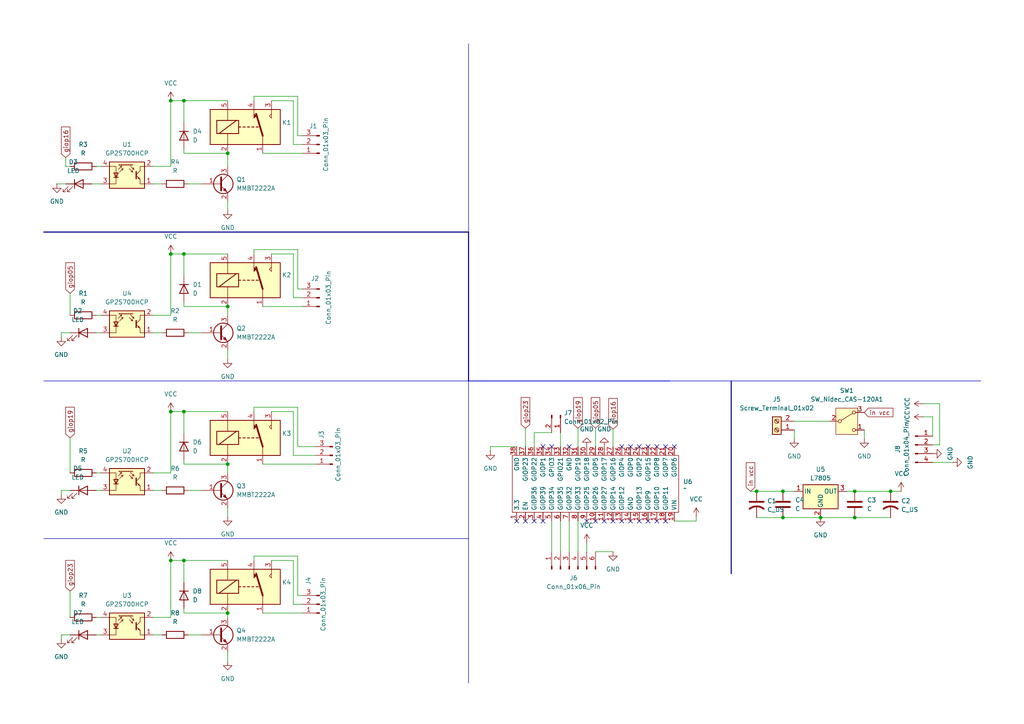
<source format=kicad_sch>
(kicad_sch (version 20250114) (generator "eeschema") (generator_version "9.0")
  (paper "A4")
  (lib_symbols
    (symbol "Connector:Conn_01x02_Pin" (pin_names (offset 1.016) (hide yes))
      (property "Reference" "J" (at 0 2.54 0))
      (property "Value" "Conn_01x02_Pin" (at 0 -5.08 0))
      (symbol "Conn_01x02_Pin_1_1"
        (rectangle (start 0.8636 0.127) (end 0 -0.127) (stroke (width 0.1524)) (fill (type outline)))
        (rectangle (start 0.8636 -2.413) (end 0 -2.667) (stroke (width 0.1524)) (fill (type outline)))
        (polyline (pts (xy 1.27 0) (xy 0.8636 0)) (stroke (width 0.1524)))
        (polyline (pts (xy 1.27 -2.54) (xy 0.8636 -2.54)) (stroke (width 0.1524)))
        (pin passive line (at 5.08 0 180) (length 3.81) (name "Pin_1") (number "1"))
        (pin passive line (at 5.08 -2.54 180) (length 3.81) (name "Pin_2") (number "2"))
      )
    )
    (symbol "Connector:Conn_01x03_Pin" (pin_names (offset 1.016) (hide yes))
      (property "Reference" "J" (at 0 5.08 0))
      (property "Value" "Conn_01x03_Pin" (at 0 -5.08 0))
      (symbol "Conn_01x03_Pin_1_1"
        (rectangle (start 0.8636 2.667) (end 0 2.413) (stroke (width 0.1524)) (fill (type outline)))
        (rectangle (start 0.8636 0.127) (end 0 -0.127) (stroke (width 0.1524)) (fill (type outline)))
        (rectangle (start 0.8636 -2.413) (end 0 -2.667) (stroke (width 0.1524)) (fill (type outline)))
        (polyline (pts (xy 1.27 2.54) (xy 0.8636 2.54)) (stroke (width 0.1524)))
        (polyline (pts (xy 1.27 0) (xy 0.8636 0)) (stroke (width 0.1524)))
        (polyline (pts (xy 1.27 -2.54) (xy 0.8636 -2.54)) (stroke (width 0.1524)))
        (pin passive line (at 5.08 2.54 180) (length 3.81) (name "Pin_1") (number "1"))
        (pin passive line (at 5.08 0 180) (length 3.81) (name "Pin_2") (number "2"))
        (pin passive line (at 5.08 -2.54 180) (length 3.81) (name "Pin_3") (number "3"))
      )
    )
    (symbol "Connector:Conn_01x04_Pin" (pin_names (offset 1.016) (hide yes))
      (property "Reference" "J" (at 0 5.08 0))
      (property "Value" "Conn_01x04_Pin" (at 0 -7.62 0))
      (symbol "Conn_01x04_Pin_1_1"
        (rectangle (start 0.8636 2.667) (end 0 2.413) (stroke (width 0.1524)) (fill (type outline)))
        (rectangle (start 0.8636 0.127) (end 0 -0.127) (stroke (width 0.1524)) (fill (type outline)))
        (rectangle (start 0.8636 -2.413) (end 0 -2.667) (stroke (width 0.1524)) (fill (type outline)))
        (rectangle (start 0.8636 -4.953) (end 0 -5.207) (stroke (width 0.1524)) (fill (type outline)))
        (polyline (pts (xy 1.27 2.54) (xy 0.8636 2.54)) (stroke (width 0.1524)))
        (polyline (pts (xy 1.27 0) (xy 0.8636 0)) (stroke (width 0.1524)))
        (polyline (pts (xy 1.27 -2.54) (xy 0.8636 -2.54)) (stroke (width 0.1524)))
        (polyline (pts (xy 1.27 -5.08) (xy 0.8636 -5.08)) (stroke (width 0.1524)))
        (pin passive line (at 5.08 2.54 180) (length 3.81) (name "Pin_1") (number "1"))
        (pin passive line (at 5.08 0 180) (length 3.81) (name "Pin_2") (number "2"))
        (pin passive line (at 5.08 -2.54 180) (length 3.81) (name "Pin_3") (number "3"))
        (pin passive line (at 5.08 -5.08 180) (length 3.81) (name "Pin_4") (number "4"))
      )
    )
    (symbol "Connector:Conn_01x06_Pin" (pin_names (offset 1.016) (hide yes))
      (property "Reference" "J" (at 0 7.62 0))
      (property "Value" "Conn_01x06_Pin" (at 0 -10.16 0))
      (symbol "Conn_01x06_Pin_1_1"
        (rectangle (start 0.8636 5.207) (end 0 4.953) (stroke (width 0.1524)) (fill (type outline)))
        (rectangle (start 0.8636 2.667) (end 0 2.413) (stroke (width 0.1524)) (fill (type outline)))
        (rectangle (start 0.8636 0.127) (end 0 -0.127) (stroke (width 0.1524)) (fill (type outline)))
        (rectangle (start 0.8636 -2.413) (end 0 -2.667) (stroke (width 0.1524)) (fill (type outline)))
        (rectangle (start 0.8636 -4.953) (end 0 -5.207) (stroke (width 0.1524)) (fill (type outline)))
        (rectangle (start 0.8636 -7.493) (end 0 -7.747) (stroke (width 0.1524)) (fill (type outline)))
        (polyline (pts (xy 1.27 5.08) (xy 0.8636 5.08)) (stroke (width 0.1524)))
        (polyline (pts (xy 1.27 2.54) (xy 0.8636 2.54)) (stroke (width 0.1524)))
        (polyline (pts (xy 1.27 0) (xy 0.8636 0)) (stroke (width 0.1524)))
        (polyline (pts (xy 1.27 -2.54) (xy 0.8636 -2.54)) (stroke (width 0.1524)))
        (polyline (pts (xy 1.27 -5.08) (xy 0.8636 -5.08)) (stroke (width 0.1524)))
        (polyline (pts (xy 1.27 -7.62) (xy 0.8636 -7.62)) (stroke (width 0.1524)))
        (pin passive line (at 5.08 5.08 180) (length 3.81) (name "Pin_1") (number "1"))
        (pin passive line (at 5.08 2.54 180) (length 3.81) (name "Pin_2") (number "2"))
        (pin passive line (at 5.08 0 180) (length 3.81) (name "Pin_3") (number "3"))
        (pin passive line (at 5.08 -2.54 180) (length 3.81) (name "Pin_4") (number "4"))
        (pin passive line (at 5.08 -5.08 180) (length 3.81) (name "Pin_5") (number "5"))
        (pin passive line (at 5.08 -7.62 180) (length 3.81) (name "Pin_6") (number "6"))
      )
    )
    (symbol "Connector:Screw_Terminal_01x02" (pin_names (offset 1.016) (hide yes))
      (property "Reference" "J" (at 0 2.54 0))
      (property "Value" "Screw_Terminal_01x02" (at 0 -5.08 0))
      (symbol "Screw_Terminal_01x02_1_1"
        (rectangle (start -1.27 1.27) (end 1.27 -3.81) (stroke (width 0.254)) (fill (type background)))
        (polyline (pts (xy -0.5334 0.3302) (xy 0.3302 -0.508)) (stroke (width 0.1524)))
        (polyline (pts (xy -0.5334 -2.2098) (xy 0.3302 -3.048)) (stroke (width 0.1524)))
        (polyline (pts (xy -0.3556 0.508) (xy 0.508 -0.3302)) (stroke (width 0.1524)))
        (polyline (pts (xy -0.3556 -2.032) (xy 0.508 -2.8702)) (stroke (width 0.1524)))
        (circle (center 0 0) (radius 0.635) (stroke (width 0.1524)))
        (circle (center 0 -2.54) (radius 0.635) (stroke (width 0.1524)))
        (pin passive line (at -5.08 0 0) (length 3.81) (name "Pin_1") (number "1"))
        (pin passive line (at -5.08 -2.54 0) (length 3.81) (name "Pin_2") (number "2"))
      )
    )
    (symbol "Device:C" (pin_numbers (hide yes)) (pin_names (offset 0.254))
      (property "Reference" "C" (at 0.635 2.54 0))
      (property "Value" "C" (at 0.635 -2.54 0))
      (symbol "C_0_1"
        (polyline (pts (xy -2.032 0.762) (xy 2.032 0.762)) (stroke (width 0.508)))
        (polyline (pts (xy -2.032 -0.762) (xy 2.032 -0.762)) (stroke (width 0.508)))
      )
      (symbol "C_1_1"
        (pin passive line (at 0 3.81 270) (length 2.794) (name "~") (number "1"))
        (pin passive line (at 0 -3.81 90) (length 2.794) (name "~") (number "2"))
      )
    )
    (symbol "Device:C_US" (pin_numbers (hide yes)) (pin_names (offset 0.254) (hide yes))
      (property "Reference" "C" (at 0.635 2.54 0))
      (property "Value" "C_US" (at 0.635 -2.54 0))
      (symbol "C_US_0_1"
        (polyline (pts (xy -2.032 0.762) (xy 2.032 0.762)) (stroke (width 0.508)))
        (arc (start -2.032 -1.27) (mid 0 -0.5572) (end 2.032 -1.27) (stroke (width 0.508)))
      )
      (symbol "C_US_1_1"
        (pin passive line (at 0 3.81 270) (length 2.794) (name "~") (number "1"))
        (pin passive line (at 0 -3.81 90) (length 3.302) (name "~") (number "2"))
      )
    )
    (symbol "Device:D" (pin_numbers (hide yes)) (pin_names (offset 1.016) (hide yes))
      (property "Reference" "D" (at 0 2.54 0))
      (property "Value" "D" (at 0 -2.54 0))
      (symbol "D_0_1"
        (polyline (pts (xy -1.27 1.27) (xy -1.27 -1.27)) (stroke (width 0.254)))
        (polyline (pts (xy 1.27 1.27) (xy 1.27 -1.27) (xy -1.27 0) (xy 1.27 1.27)) (stroke (width 0.254)))
        (polyline (pts (xy 1.27 0) (xy -1.27 0)))
      )
      (symbol "D_1_1"
        (pin passive line (at -3.81 0 0) (length 2.54) (name "K") (number "1"))
        (pin passive line (at 3.81 0 180) (length 2.54) (name "A") (number "2"))
      )
    )
    (symbol "Device:LED" (pin_numbers (hide yes)) (pin_names (offset 1.016) (hide yes))
      (property "Reference" "D" (at 0 2.54 0))
      (property "Value" "LED" (at 0 -2.54 0))
      (symbol "LED_0_1"
        (polyline (pts (xy -3.048 -0.762) (xy -4.572 -2.286) (xy -3.81 -2.286) (xy -4.572 -2.286) (xy -4.572 -1.524)))
        (polyline (pts (xy -1.778 -0.762) (xy -3.302 -2.286) (xy -2.54 -2.286) (xy -3.302 -2.286) (xy -3.302 -1.524)))
        (polyline (pts (xy -1.27 0) (xy 1.27 0)))
        (polyline (pts (xy -1.27 -1.27) (xy -1.27 1.27)) (stroke (width 0.254)))
        (polyline (pts (xy 1.27 -1.27) (xy 1.27 1.27) (xy -1.27 0) (xy 1.27 -1.27)) (stroke (width 0.254)))
      )
      (symbol "LED_1_1"
        (pin passive line (at -3.81 0 0) (length 2.54) (name "K") (number "1"))
        (pin passive line (at 3.81 0 180) (length 2.54) (name "A") (number "2"))
      )
    )
    (symbol "Device:R" (pin_numbers (hide yes)) (pin_names (offset 0))
      (property "Reference" "R" (at 2.032 0 90))
      (property "Value" "R" (at 0 0 90))
      (symbol "R_0_1"
        (rectangle (start -1.016 -2.54) (end 1.016 2.54) (stroke (width 0.254)))
      )
      (symbol "R_1_1"
        (pin passive line (at 0 3.81 270) (length 1.27) (name "~") (number "1"))
        (pin passive line (at 0 -3.81 90) (length 1.27) (name "~") (number "2"))
      )
    )
    (symbol "Regulator_Linear:L7805" (pin_names (offset 0.254))
      (property "Reference" "U" (at -3.81 3.175 0))
      (property "Value" "L7805" (at 0 3.175 0))
      (symbol "L7805_0_1"
        (rectangle (start -5.08 1.905) (end 5.08 -5.08) (stroke (width 0.254)) (fill (type background)))
      )
      (symbol "L7805_1_1"
        (pin power_in line (at -7.62 0 0) (length 2.54) (name "IN") (number "1"))
        (pin power_in line (at 0 -7.62 90) (length 2.54) (name "GND") (number "2"))
        (pin power_out line (at 7.62 0 180) (length 2.54) (name "OUT") (number "3"))
      )
    )
    (symbol "Relay:SANYOU_SRD_Form_C"
      (property "Reference" "K" (at 11.43 3.81 0))
      (property "Value" "SANYOU_SRD_Form_C" (at 11.43 1.27 0))
      (symbol "SANYOU_SRD_Form_C_0_0"
        (polyline (pts (xy 7.62 5.08) (xy 7.62 2.54) (xy 6.985 3.175) (xy 7.62 3.81)))
      )
      (symbol "SANYOU_SRD_Form_C_0_1"
        (rectangle (start -10.16 5.08) (end 10.16 -5.08) (stroke (width 0.254)) (fill (type background)))
        (rectangle (start -8.255 1.905) (end -1.905 -1.905) (stroke (width 0.254)))
        (polyline (pts (xy -7.62 -1.905) (xy -2.54 1.905)) (stroke (width 0.254)))
        (polyline (pts (xy -5.08 5.08) (xy -5.08 1.905)))
        (polyline (pts (xy -5.08 -5.08) (xy -5.08 -1.905)))
        (polyline (pts (xy -1.905 0) (xy -1.27 0)) (stroke (width 0.254)))
        (polyline (pts (xy -0.635 0) (xy 0 0)) (stroke (width 0.254)))
        (polyline (pts (xy 0.635 0) (xy 1.27 0)) (stroke (width 0.254)))
        (polyline (pts (xy 1.905 0) (xy 2.54 0)) (stroke (width 0.254)))
        (polyline (pts (xy 3.175 0) (xy 3.81 0)) (stroke (width 0.254)))
        (polyline (pts (xy 5.08 -2.54) (xy 3.175 3.81)) (stroke (width 0.508)))
        (polyline (pts (xy 5.08 -2.54) (xy 5.08 -5.08)))
      )
      (symbol "SANYOU_SRD_Form_C_1_1"
        (polyline (pts (xy 2.54 3.81) (xy 3.175 3.175) (xy 2.54 2.54) (xy 2.54 5.08)) (fill (type outline)))
        (pin passive line (at -5.08 7.62 270) (length 2.54) (name "~") (number "5"))
        (pin passive line (at -5.08 -7.62 90) (length 2.54) (name "~") (number "2"))
        (pin passive line (at 2.54 7.62 270) (length 2.54) (name "~") (number "4"))
        (pin passive line (at 5.08 -7.62 90) (length 2.54) (name "~") (number "1"))
        (pin passive line (at 7.62 7.62 270) (length 2.54) (name "~") (number "3"))
      )
    )
    (symbol "Sensor_Proximity:GP2S700HCP" (pin_names (offset 0.0254) (hide yes))
      (property "Reference" "U" (at -3.81 5.08 0))
      (property "Value" "GP2S700HCP" (at 12.7 5.08 0))
      (symbol "GP2S700HCP_0_1"
        (polyline (pts (xy -5.08 -2.54) (xy -3.175 -2.54) (xy -3.175 2.54) (xy -5.08 2.54)))
        (polyline (pts (xy -5.08 -3.81) (xy 5.08 -3.81) (xy 5.08 3.81) (xy -5.08 3.81) (xy -5.08 -3.81)) (stroke (width 0.254)) (fill (type background)))
        (polyline (pts (xy -3.81 -0.635) (xy -2.54 -0.635)) (stroke (width 0.254)))
        (polyline (pts (xy -3.175 -0.635) (xy -3.81 0.635) (xy -2.54 0.635) (xy -3.175 -0.635)) (stroke (width 0.254)))
        (polyline (pts (xy -2.54 1.651) (xy -1.524 2.667) (xy -2.032 2.54)))
        (polyline (pts (xy -2.286 2.921) (xy -2.032 3.175)))
        (polyline (pts (xy -2.159 0.889) (xy -1.143 1.905) (xy -1.651 1.778)))
        (polyline (pts (xy -1.778 2.921) (xy -1.524 3.175)))
        (polyline (pts (xy -1.524 2.667) (xy -1.651 2.159)))
        (polyline (pts (xy -1.27 2.921) (xy -1.016 3.175)))
        (polyline (pts (xy -1.143 1.905) (xy -1.27 1.397)))
        (polyline (pts (xy -0.762 2.921) (xy -0.508 3.175)))
        (polyline (pts (xy -0.254 2.921) (xy 0 3.175)))
        (polyline (pts (xy 0.254 2.921) (xy 0.508 3.175)))
        (polyline (pts (xy 0.635 1.905) (xy 1.651 0.889) (xy 1.524 1.397)))
        (polyline (pts (xy 0.762 2.921) (xy 1.016 3.175)))
        (polyline (pts (xy 1.016 2.667) (xy 2.032 1.651) (xy 1.905 2.159)))
        (polyline (pts (xy 1.27 2.921) (xy 1.524 3.175)))
        (polyline (pts (xy 1.651 0.889) (xy 1.143 1.016)))
        (polyline (pts (xy 1.778 2.921) (xy -2.413 2.921)))
        (polyline (pts (xy 2.032 1.651) (xy 1.524 1.778)))
        (polyline (pts (xy 2.667 1.016) (xy 2.667 -1.016) (xy 2.667 -1.016)) (stroke (width 0.3556)))
        (polyline (pts (xy 2.667 0.127) (xy 3.81 1.27)))
        (polyline (pts (xy 2.667 -0.127) (xy 3.81 -1.27)))
        (polyline (pts (xy 3.683 -1.143) (xy 3.429 -0.635) (xy 3.175 -0.889) (xy 3.683 -1.143)))
        (polyline (pts (xy 3.81 1.27) (xy 3.81 2.54) (xy 5.08 2.54)))
        (polyline (pts (xy 3.81 -1.27) (xy 3.81 -2.54) (xy 5.08 -2.54)))
      )
      (symbol "GP2S700HCP_1_1"
        (pin passive line (at -7.62 2.54 0) (length 2.54) (name "A") (number "4"))
        (pin passive line (at -7.62 -2.54 0) (length 2.54) (name "K") (number "3"))
        (pin open_collector line (at 7.62 2.54 180) (length 2.54) (name "~") (number "2"))
        (pin open_emitter line (at 7.62 -2.54 180) (length 2.54) (name "~") (number "1"))
      )
    )
    (symbol "Switch:SW_Nidec_CAS-120A1" (pin_names (offset 1) (hide yes))
      (property "Reference" "SW" (at 0 4.318 0))
      (property "Value" "SW_Nidec_CAS-120A1" (at 0 -5.08 0))
      (symbol "SW_Nidec_CAS-120A1_0_1"
        (circle (center -2.032 0) (radius 0.4572))
        (polyline (pts (xy -1.651 0.254) (xy 1.651 2.286)))
        (circle (center 2.032 2.54) (radius 0.4572))
        (circle (center 2.032 -2.54) (radius 0.4572))
      )
      (symbol "SW_Nidec_CAS-120A1_1_1"
        (rectangle (start -3.175 3.81) (end 3.175 -3.81) (fill (type background)))
        (pin passive line (at -5.08 0 0) (length 2.54) (name "B") (number "2"))
        (pin passive line (at 5.08 2.54 180) (length 2.54) (name "A") (number "3"))
        (pin passive line (at 5.08 -2.54 180) (length 2.54) (name "C") (number "1"))
      )
    )
    (symbol "Transistor_BJT:MMBT2222A" (pin_names (offset 0) (hide yes))
      (property "Reference" "Q" (at 5.08 1.905 0))
      (property "Value" "MMBT2222A" (at 5.08 0 0))
      (symbol "MMBT2222A_0_1"
        (polyline (pts (xy 0.635 1.905) (xy 0.635 -1.905) (xy 0.635 -1.905)) (stroke (width 0.508)))
        (polyline (pts (xy 0.635 0.635) (xy 2.54 2.54)))
        (polyline (pts (xy 0.635 -0.635) (xy 2.54 -2.54) (xy 2.54 -2.54)))
        (circle (center 1.27 0) (radius 2.8194) (stroke (width 0.254)))
        (polyline (pts (xy 1.27 -1.778) (xy 1.778 -1.27) (xy 2.286 -2.286) (xy 1.27 -1.778) (xy 1.27 -1.778)) (fill (type outline)))
      )
      (symbol "MMBT2222A_1_1"
        (pin input line (at -5.08 0 0) (length 5.715) (name "B") (number "1"))
        (pin passive line (at 2.54 5.08 270) (length 2.54) (name "C") (number "3"))
        (pin passive line (at 2.54 -5.08 90) (length 2.54) (name "E") (number "2"))
      )
    )
    (symbol "esp:_1"
      (property "Reference" "U" (at 0 0 0))
      (symbol "_1_0_1"
        (rectangle (start -7.62 0) (end 8.89 -48.26))
      )
      (symbol "_1_1_1"
        (pin input line (at -10.16 -1.27 0) (length 2.54) (name "3.3") (number "1"))
        (pin input line (at -10.16 -3.81 0) (length 2.54) (name "EN") (number "2"))
        (pin input line (at -10.16 -6.35 0) (length 2.54) (name "GIOP36") (number "3"))
        (pin input line (at -10.16 -8.89 0) (length 2.54) (name "GIOP39") (number "4"))
        (pin input line (at -10.16 -11.43 0) (length 2.54) (name "GIOP34") (number "5"))
        (pin input line (at -10.16 -13.97 0) (length 2.54) (name "GIOP35") (number "6"))
        (pin input line (at -10.16 -16.51 0) (length 2.54) (name "GIOP32") (number "7"))
        (pin input line (at -10.16 -19.05 0) (length 2.54) (name "GIOP33") (number "8"))
        (pin input line (at -10.16 -21.59 0) (length 2.54) (name "GIOP25") (number "9"))
        (pin input line (at -10.16 -24.13 0) (length 2.54) (name "GIOP26") (number "10"))
        (pin input line (at -10.16 -26.67 0) (length 2.54) (name "GIOP27") (number "11"))
        (pin input line (at -10.16 -29.21 0) (length 2.54) (name "GIOP14") (number "12"))
        (pin input line (at -10.16 -31.75 0) (length 2.54) (name "GIOP12") (number "13"))
        (pin input line (at -10.16 -34.29 0) (length 2.54) (name "GND") (number "14"))
        (pin input line (at -10.16 -36.83 0) (length 2.54) (name "GIOP13") (number "15"))
        (pin input line (at -10.16 -39.37 0) (length 2.54) (name "GIOP9") (number "16"))
        (pin input line (at -10.16 -41.91 0) (length 2.54) (name "GIOP10") (number "17"))
        (pin input line (at -10.16 -44.45 0) (length 2.54) (name "GIOP11") (number "18"))
        (pin input line (at -10.16 -46.99 0) (length 2.54) (name "VIN") (number "19"))
        (pin input line (at 11.43 -1.27 180) (length 2.54) (name "GND") (number "38"))
        (pin input line (at 11.43 -3.81 180) (length 2.54) (name "GIOP23") (number "37"))
        (pin input line (at 11.43 -6.35 180) (length 2.54) (name "GIOP22") (number "36"))
        (pin input line (at 11.43 -8.89 180) (length 2.54) (name "GIOP1") (number "35"))
        (pin input line (at 11.43 -11.43 180) (length 2.54) (name "GPIO3") (number "34"))
        (pin input line (at 11.43 -13.97 180) (length 2.54) (name "GPIO21") (number "33"))
        (pin input line (at 11.43 -16.51 180) (length 2.54) (name "GND") (number "32"))
        (pin input line (at 11.43 -19.05 180) (length 2.54) (name "GIOP19") (number "31"))
        (pin input line (at 11.43 -21.59 180) (length 2.54) (name "GIOP18") (number "30"))
        (pin input line (at 11.43 -24.13 180) (length 2.54) (name "GIOP5") (number "29"))
        (pin input line (at 11.43 -26.67 180) (length 2.54) (name "GIOP17") (number "28"))
        (pin input line (at 11.43 -29.21 180) (length 2.54) (name "GIOP16") (number "27"))
        (pin input line (at 11.43 -31.75 180) (length 2.54) (name "GIOP4") (number "26"))
        (pin input line (at 11.43 -34.29 180) (length 2.54) (name "GIOP0") (number "25"))
        (pin input line (at 11.43 -36.83 180) (length 2.54) (name "GIOP2") (number "24"))
        (pin input line (at 11.43 -39.37 180) (length 2.54) (name "GIOP15") (number "23"))
        (pin input line (at 11.43 -41.91 180) (length 2.54) (name "GIOP8") (number "22"))
        (pin input line (at 11.43 -44.45 180) (length 2.54) (name "GIOP7") (number "21"))
        (pin input line (at 11.43 -46.99 180) (length 2.54) (name "GIOP6") (number "20"))
      )
    )
    (symbol "power:GND" (power) (pin_numbers (hide yes)) (pin_names (offset 0) (hide yes))
      (property "Value" "GND" (at 0 -3.81 0))
      (symbol "GND_0_1"
        (polyline (pts (xy 0 0) (xy 0 -1.27) (xy 1.27 -1.27) (xy 0 -2.54) (xy -1.27 -1.27) (xy 0 -1.27)))
      )
      (symbol "GND_1_1"
        (pin power_in line (at 0 0 270) (length 0) (name "~") (number "1"))
      )
    )
    (symbol "power:VCC" (power) (pin_numbers (hide yes)) (pin_names (offset 0) (hide yes))
      (property "Value" "VCC" (at 0 3.556 0))
      (symbol "VCC_0_1"
        (polyline (pts (xy -0.762 1.27) (xy 0 2.54)))
        (polyline (pts (xy 0 2.54) (xy 0.762 1.27)))
        (polyline (pts (xy 0 0) (xy 0 2.54)))
      )
      (symbol "VCC_1_1"
        (pin power_in line (at 0 0 90) (length 0) (name "~") (number "1"))
      )
    )
  )
  (junction (at 49.53 162.56))
  (junction (at 227.076 150.114))
  (junction (at 247.904 142.494))
  (junction (at 49.53 29.21))
  (junction (at 66.04 134.62))
  (junction (at 219.456 142.494))
  (junction (at 53.34 73.66))
  (junction (at 66.04 177.8))
  (junction (at 66.04 44.45))
  (junction (at 66.04 88.9))
  (junction (at 258.318 142.494))
  (junction (at 247.904 150.114))
  (junction (at 53.34 119.38))
  (junction (at 53.34 29.21))
  (junction (at 49.53 119.38))
  (junction (at 237.998 150.114))
  (junction (at 53.34 162.56))
  (junction (at 49.53 73.66))
  (junction (at 227.076 142.494))
  (no_connect (at 195.58 129.54))
  (no_connect (at 180.34 129.54))
  (no_connect (at 193.04 151.13))
  (no_connect (at 157.48 151.13))
  (no_connect (at 187.96 129.54))
  (no_connect (at 149.86 151.13))
  (no_connect (at 157.48 129.54))
  (no_connect (at 177.8 151.13))
  (no_connect (at 170.18 151.13))
  (no_connect (at 190.5 151.13))
  (no_connect (at 187.96 151.13))
  (no_connect (at 193.04 129.54))
  (no_connect (at 154.94 151.13))
  (no_connect (at 152.4 151.13))
  (no_connect (at 185.42 129.54))
  (no_connect (at 165.1 129.54))
  (no_connect (at 172.72 151.13))
  (no_connect (at 182.88 129.54))
  (no_connect (at 160.02 129.54))
  (no_connect (at 182.88 151.13))
  (no_connect (at 175.26 151.13))
  (no_connect (at 185.42 151.13))
  (no_connect (at 180.34 151.13))
  (no_connect (at 190.5 129.54))
  (wire (pts (xy 86.36 39.37) (xy 86.36 27.94)))
  (wire (pts (xy 66.04 88.9) (xy 53.34 88.9)))
  (wire (pts (xy 20.32 171.45) (xy 20.32 179.07)))
  (wire (pts (xy 78.74 162.56) (xy 85.09 162.56)))
  (wire (pts (xy 270.51 120.904) (xy 267.716 120.904)))
  (wire (pts (xy 230.378 122.174) (xy 240.538 122.174)))
  (bus (pts (xy 135.89 67.31) (xy 135.89 110.49)))
  (wire (pts (xy 53.34 162.56) (xy 66.04 162.56)))
  (wire (pts (xy 201.93 151.13) (xy 201.93 149.86)))
  (bus (pts (xy 12.7 67.31) (xy 135.89 67.31)))
  (wire (pts (xy 227.076 142.494) (xy 230.378 142.494)))
  (wire (pts (xy 73.66 27.94) (xy 73.66 29.21)))
  (wire (pts (xy 49.53 48.26) (xy 49.53 29.21)))
  (wire (pts (xy 86.36 118.11) (xy 73.66 118.11)))
  (wire (pts (xy 78.74 29.21) (xy 85.09 29.21)))
  (wire (pts (xy 270.51 126.492) (xy 270.51 120.904)))
  (wire (pts (xy 66.04 58.42) (xy 66.04 60.96)))
  (wire (pts (xy 85.09 162.56) (xy 85.09 175.26)))
  (wire (pts (xy 87.63 172.72) (xy 86.36 172.72)))
  (wire (pts (xy 53.34 29.21) (xy 66.04 29.21)))
  (polyline (pts (xy 135.89 12.7) (xy 135.89 67.31)))
  (wire (pts (xy 167.64 124.206) (xy 167.64 129.54)))
  (wire (pts (xy 53.34 134.62) (xy 53.34 133.35)))
  (wire (pts (xy 172.72 124.206) (xy 172.72 129.54)))
  (wire (pts (xy 86.36 39.37) (xy 87.63 39.37)))
  (wire (pts (xy 66.04 134.62) (xy 66.04 137.16)))
  (wire (pts (xy 167.64 151.13) (xy 167.64 160.02)))
  (wire (pts (xy 49.53 119.38) (xy 53.34 119.38)))
  (wire (pts (xy 17.78 184.15) (xy 17.78 185.42)))
  (wire (pts (xy 86.36 83.82) (xy 86.36 72.39)))
  (polyline (pts (xy 151.13 110.49) (xy 194.31 110.49)))
  (wire (pts (xy 53.34 125.73) (xy 53.34 119.38)))
  (wire (pts (xy 54.61 142.24) (xy 58.42 142.24)))
  (wire (pts (xy 17.78 96.52) (xy 20.32 96.52)))
  (wire (pts (xy 27.94 137.16) (xy 29.21 137.16)))
  (wire (pts (xy 44.45 137.16) (xy 49.53 137.16)))
  (polyline (pts (xy 135.89 156.21) (xy 135.89 198.12)))
  (wire (pts (xy 86.36 172.72) (xy 86.36 161.29)))
  (wire (pts (xy 66.04 44.45) (xy 66.04 48.26)))
  (wire (pts (xy 26.67 53.34) (xy 29.21 53.34)))
  (wire (pts (xy 87.63 83.82) (xy 86.36 83.82)))
  (wire (pts (xy 85.09 73.66) (xy 85.09 86.36)))
  (wire (pts (xy 49.53 91.44) (xy 49.53 73.66)))
  (wire (pts (xy 250.698 127.254) (xy 250.698 124.714)))
  (wire (pts (xy 54.61 184.15) (xy 58.42 184.15)))
  (polyline (pts (xy 135.89 156.21) (xy 135.89 110.49)))
  (wire (pts (xy 154.94 125.476) (xy 154.94 129.54)))
  (wire (pts (xy 85.09 86.36) (xy 87.63 86.36)))
  (wire (pts (xy 66.04 88.9) (xy 66.04 91.44)))
  (wire (pts (xy 53.34 119.38) (xy 66.04 119.38)))
  (wire (pts (xy 78.74 73.66) (xy 85.09 73.66)))
  (wire (pts (xy 247.904 142.494) (xy 245.618 142.494)))
  (wire (pts (xy 76.2 177.8) (xy 87.63 177.8)))
  (wire (pts (xy 53.34 80.01) (xy 53.34 73.66)))
  (wire (pts (xy 53.34 177.8) (xy 53.34 176.53)))
  (wire (pts (xy 85.09 175.26) (xy 87.63 175.26)))
  (wire (pts (xy 17.78 142.24) (xy 17.78 143.51)))
  (wire (pts (xy 27.94 142.24) (xy 29.21 142.24)))
  (wire (pts (xy 44.45 91.44) (xy 49.53 91.44)))
  (wire (pts (xy 27.94 96.52) (xy 29.21 96.52)))
  (wire (pts (xy 177.8 124.46) (xy 177.8 129.54)))
  (wire (pts (xy 172.72 160.02) (xy 177.8 160.02)))
  (wire (pts (xy 73.66 161.29) (xy 73.66 162.56)))
  (bus (pts (xy 212.09 110.49) (xy 212.09 166.37)))
  (wire (pts (xy 44.45 53.34) (xy 46.99 53.34)))
  (wire (pts (xy 276.352 134.112) (xy 270.51 134.112)))
  (wire (pts (xy 170.18 157.48) (xy 170.18 160.02)))
  (wire (pts (xy 237.998 150.114) (xy 247.904 150.114)))
  (polyline (pts (xy 12.7 110.49) (xy 151.13 110.49)))
  (wire (pts (xy 27.94 48.26) (xy 29.21 48.26)))
  (wire (pts (xy 49.53 29.21) (xy 53.34 29.21)))
  (wire (pts (xy 44.45 96.52) (xy 46.99 96.52)))
  (wire (pts (xy 44.45 184.15) (xy 46.99 184.15)))
  (polyline (pts (xy 12.7 156.21) (xy 135.89 156.21)))
  (wire (pts (xy 20.32 85.09) (xy 20.32 91.44)))
  (wire (pts (xy 19.05 53.34) (xy 16.51 53.34)))
  (wire (pts (xy 54.61 96.52) (xy 58.42 96.52)))
  (wire (pts (xy 227.076 150.114) (xy 237.998 150.114)))
  (wire (pts (xy 49.53 137.16) (xy 49.53 119.38)))
  (wire (pts (xy 27.94 184.15) (xy 29.21 184.15)))
  (wire (pts (xy 267.716 117.094) (xy 272.542 117.094)))
  (wire (pts (xy 66.04 134.62) (xy 53.34 134.62)))
  (wire (pts (xy 27.94 91.44) (xy 29.21 91.44)))
  (wire (pts (xy 85.09 29.21) (xy 85.09 41.91)))
  (wire (pts (xy 20.32 184.15) (xy 17.78 184.15)))
  (wire (pts (xy 217.678 142.494) (xy 219.456 142.494)))
  (wire (pts (xy 66.04 44.45) (xy 53.34 44.45)))
  (wire (pts (xy 195.58 151.13) (xy 201.93 151.13)))
  (wire (pts (xy 272.542 117.094) (xy 272.542 129.032)))
  (wire (pts (xy 142.24 129.54) (xy 149.86 129.54)))
  (wire (pts (xy 66.04 147.32) (xy 66.04 149.86)))
  (wire (pts (xy 86.36 129.54) (xy 86.36 118.11)))
  (wire (pts (xy 66.04 177.8) (xy 53.34 177.8)))
  (wire (pts (xy 53.34 88.9) (xy 53.34 87.63)))
  (wire (pts (xy 85.09 119.38) (xy 85.09 132.08)))
  (wire (pts (xy 85.09 41.91) (xy 87.63 41.91)))
  (wire (pts (xy 44.45 179.07) (xy 49.53 179.07)))
  (wire (pts (xy 53.34 73.66) (xy 66.04 73.66)))
  (wire (pts (xy 20.32 127) (xy 20.32 137.16)))
  (wire (pts (xy 76.2 44.45) (xy 87.63 44.45)))
  (wire (pts (xy 230.378 127.254) (xy 230.378 124.714)))
  (wire (pts (xy 49.53 162.56) (xy 49.53 179.07)))
  (wire (pts (xy 86.36 27.94) (xy 73.66 27.94)))
  (wire (pts (xy 66.04 189.23) (xy 66.04 191.77)))
  (wire (pts (xy 165.1 151.13) (xy 165.1 160.02)))
  (wire (pts (xy 78.74 119.38) (xy 85.09 119.38)))
  (wire (pts (xy 91.44 129.54) (xy 86.36 129.54)))
  (wire (pts (xy 44.45 142.24) (xy 46.99 142.24)))
  (wire (pts (xy 162.56 125.476) (xy 162.56 129.54)))
  (wire (pts (xy 160.02 151.13) (xy 160.02 160.02)))
  (wire (pts (xy 20.32 142.24) (xy 17.78 142.24)))
  (wire (pts (xy 219.456 150.114) (xy 227.076 150.114)))
  (wire (pts (xy 17.78 97.79) (xy 17.78 96.52)))
  (wire (pts (xy 160.02 125.476) (xy 154.94 125.476)))
  (polyline (pts (xy 135.89 110.49) (xy 284.48 110.49)))
  (wire (pts (xy 258.318 142.494) (xy 247.904 142.494)))
  (wire (pts (xy 142.24 129.54) (xy 142.24 130.81)))
  (wire (pts (xy 66.04 101.6) (xy 66.04 104.14)))
  (wire (pts (xy 73.66 72.39) (xy 73.66 73.66)))
  (wire (pts (xy 49.53 73.66) (xy 53.34 73.66)))
  (wire (pts (xy 49.53 162.56) (xy 53.34 162.56)))
  (wire (pts (xy 162.56 151.13) (xy 162.56 160.02)))
  (wire (pts (xy 73.66 118.11) (xy 73.66 119.38)))
  (wire (pts (xy 76.2 88.9) (xy 87.63 88.9)))
  (wire (pts (xy 20.32 48.26) (xy 19.05 48.26)))
  (wire (pts (xy 76.2 134.62) (xy 91.44 134.62)))
  (wire (pts (xy 44.45 48.26) (xy 49.53 48.26)))
  (wire (pts (xy 261.366 142.494) (xy 258.318 142.494)))
  (wire (pts (xy 152.4 124.206) (xy 152.4 129.54)))
  (wire (pts (xy 54.61 53.34) (xy 58.42 53.34)))
  (wire (pts (xy 19.05 45.72) (xy 19.05 48.26)))
  (wire (pts (xy 85.09 132.08) (xy 91.44 132.08)))
  (wire (pts (xy 86.36 72.39) (xy 73.66 72.39)))
  (wire (pts (xy 53.34 35.56) (xy 53.34 29.21)))
  (wire (pts (xy 53.34 44.45) (xy 53.34 43.18)))
  (wire (pts (xy 219.456 142.494) (xy 227.076 142.494)))
  (wire (pts (xy 53.34 168.91) (xy 53.34 162.56)))
  (wire (pts (xy 247.904 150.114) (xy 258.318 150.114)))
  (wire (pts (xy 27.94 179.07) (xy 29.21 179.07)))
  (wire (pts (xy 272.542 129.032) (xy 270.51 129.032)))
  (wire (pts (xy 66.04 177.8) (xy 66.04 179.07)))
  (wire (pts (xy 86.36 161.29) (xy 73.66 161.29)))
  (global_label "in vcc" (shape input) (at 217.678 142.494 90) (property "Intersheetrefs" "${INTERSHEET_REFS}" (effects (hide yes))))
  (global_label "giop19" (shape input) (at 20.32 127 90) (property "Intersheetrefs" "${INTERSHEET_REFS}" (effects (hide yes))))
  (global_label "giop05" (shape input) (at 172.72 124.206 90) (property "Intersheetrefs" "${INTERSHEET_REFS}" (effects (hide yes))))
  (global_label "giop19" (shape input) (at 167.64 124.206 90) (property "Intersheetrefs" "${INTERSHEET_REFS}" (effects (hide yes))))
  (global_label "giop23" (shape input) (at 20.32 171.45 90) (property "Intersheetrefs" "${INTERSHEET_REFS}" (effects (hide yes))))
  (global_label "giop05" (shape input) (at 20.32 85.09 90) (property "Intersheetrefs" "${INTERSHEET_REFS}" (effects (hide yes))))
  (global_label "giop16" (shape input) (at 177.8 124.46 90) (property "Intersheetrefs" "${INTERSHEET_REFS}" (effects (hide yes))))
  (global_label "in vcc" (shape input) (at 250.698 119.634 0) (property "Intersheetrefs" "${INTERSHEET_REFS}" (effects (hide yes))))
  (global_label "giop23" (shape input) (at 152.4 124.206 90) (property "Intersheetrefs" "${INTERSHEET_REFS}" (effects (hide yes))))
  (global_label "giop16" (shape input) (at 19.05 45.72 90) (property "Intersheetrefs" "${INTERSHEET_REFS}" (effects (hide yes))))
  (symbol (lib_id "esp:_1") (at 148.59 140.97 90) (unit 1)
    (property "Reference" "U6" (at 198.12 139.6999 90) (effects (justify right)))
    (property "Value" "~" (at 198.12 141.605 90) (effects (justify right)))
    (property "Footprint" "esp:ESP32S_38_PINES" (effects (hide yes)))
  )
  (symbol (lib_id "power:GND") (at 66.04 149.86 0) (unit 1)
    (property "Reference" "#PWR06" (effects (hide yes)))
    (property "Value" "GND" (at 66.04 154.94 0))
    (property "Description" "Power symbol creates a global label with name \"GND\" , ground" (effects (hide yes)))
  )
  (symbol (lib_id "power:GND") (at 250.698 127.254 0) (unit 1)
    (property "Reference" "#PWR013" (effects (hide yes)))
    (property "Value" "GND" (at 250.698 132.334 0))
    (property "Description" "Power symbol creates a global label with name \"GND\" , ground" (effects (hide yes)))
  )
  (symbol (lib_id "power:GND") (at 177.8 160.02 0) (unit 1)
    (property "Reference" "#PWR015" (effects (hide yes)))
    (property "Value" "GND" (at 177.8 165.1 0))
    (property "Description" "Power symbol creates a global label with name \"GND\" , ground" (effects (hide yes)))
  )
  (symbol (lib_id "Device:R") (at 24.13 137.16 90) (unit 1)
    (property "Reference" "R5" (at 24.13 130.81 90))
    (property "Value" "R" (at 24.13 133.35 90))
    (property "Footprint" "Resistor_SMD:R_0805_2012Metric" (effects (hide yes)))
    (property "Description" "Resistor" (effects (hide yes)))
  )
  (symbol (lib_id "Connector:Screw_Terminal_01x02") (at 225.298 124.714 180) (unit 1)
    (property "Reference" "J5" (at 225.298 115.824 0))
    (property "Value" "Screw_Terminal_01x02" (at 225.298 118.364 0))
    (property "Footprint" "TerminalBlock:TerminalBlock_bornier-2_P5.08mm" (effects (hide yes)))
    (property "Description" "Generic screw terminal, single row, 01x02, script generated (kicad-library-utils/schlib/autogen/connector/)" (effects (hide yes)))
  )
  (symbol (lib_id "Device:LED") (at 24.13 142.24 0) (unit 1)
    (property "Reference" "D5" (at 22.5425 135.89 0))
    (property "Value" "LED" (at 22.5425 138.43 0))
    (property "Footprint" "LED_SMD:LED_0805_2012Metric" (effects (hide yes)))
    (property "Description" "Light emitting diode" (effects (hide yes)))
  )
  (symbol (lib_id "Sensor_Proximity:GP2S700HCP") (at 36.83 139.7 0) (unit 1)
    (property "Reference" "U2" (at 36.83 130.81 0))
    (property "Value" "GP2S700HCP" (at 36.83 133.35 0))
    (property "Footprint" "OptoDevice:Sharp_GP2S700HCP" (effects (hide yes)))
    (property "Datasheet" "https://www.sharpsde.com/fileadmin/products/Optoelectronics/Isolation%20Devices/Specs_Photointerrupter/GP2S700HCP_03Oct05_DS_D3-A02201FEN.pdf" (effects (hide yes)))
    (property "Description" "Reflective Optical Sensor 0.217\" (5.5mm) 4-SMD" (effects (hide yes)))
  )
  (symbol (lib_id "Device:LED") (at 24.13 96.52 0) (unit 1)
    (property "Reference" "D2" (at 22.5425 90.17 0))
    (property "Value" "LED" (at 22.5425 92.71 0))
    (property "Footprint" "LED_SMD:LED_0805_2012Metric" (effects (hide yes)))
    (property "Description" "Light emitting diode" (effects (hide yes)))
  )
  (symbol (lib_id "power:GND") (at 175.26 129.54 180) (unit 1)
    (property "Reference" "#PWR021" (effects (hide yes)))
    (property "Value" "GND" (at 175.26 124.46 0))
    (property "Description" "Power symbol creates a global label with name \"GND\" , ground" (effects (hide yes)))
  )
  (symbol (lib_id "power:GND") (at 66.04 104.14 0) (unit 1)
    (property "Reference" "#PWR01" (effects (hide yes)))
    (property "Value" "GND" (at 66.04 109.22 0))
    (property "Description" "Power symbol creates a global label with name \"GND\" , ground" (effects (hide yes)))
  )
  (symbol (lib_id "Transistor_BJT:MMBT2222A") (at 63.5 53.34 0) (unit 1)
    (property "Reference" "Q1" (at 68.58 52.0699 0) (effects (justify left)))
    (property "Value" "MMBT2222A" (at 68.58 54.6099 0) (effects (justify left)))
    (property "Footprint" "Package_TO_SOT_SMD:SOT-23" (effects (hide yes)))
    (property "Datasheet" "https://assets.nexperia.com/documents/data-sheet/MMBT2222A.pdf" (effects (hide yes)))
    (property "Description" "600mA Ic, 40V Vce, NPN Transistor, SOT-23" (effects (hide yes)))
  )
  (symbol (lib_id "power:GND") (at 230.378 127.254 0) (unit 1)
    (property "Reference" "#PWR010" (effects (hide yes)))
    (property "Value" "GND" (at 230.378 132.334 0))
    (property "Description" "Power symbol creates a global label with name \"GND\" , ground" (effects (hide yes)))
  )
  (symbol (lib_id "Device:D") (at 53.34 39.37 270) (unit 1)
    (property "Reference" "D4" (at 55.88 38.0999 90) (effects (justify left)))
    (property "Value" "D" (at 55.88 40.6399 90) (effects (justify left)))
    (property "Footprint" "Diode_SMD:D_0805_2012Metric" (effects (hide yes)))
    (property "Description" "Diode" (effects (hide yes)))
    (property "Sim.Device" "D" (effects (hide yes)))
    (property "Sim.Pins" "1=K 2=A" (effects (hide yes)))
  )
  (symbol (lib_id "Device:C") (at 227.076 146.304 0) (unit 1)
    (property "Reference" "C4" (at 230.632 145.0339 0) (effects (justify left)))
    (property "Value" "C" (at 230.632 147.5739 0) (effects (justify left)))
    (property "Footprint" "EESTN5:CAP_0.1" (effects (hide yes)))
    (property "Description" "Unpolarized capacitor" (effects (hide yes)))
  )
  (symbol (lib_id "Connector:Conn_01x03_Pin") (at 92.71 86.36 180) (unit 1)
    (property "Reference" "J2" (at 90.17 80.772 0) (effects (justify right)))
    (property "Value" "Conn_01x03_Pin" (at 95.25 94.234 90) (effects (justify right)))
    (property "Footprint" "TerminalBlock:TerminalBlock_bornier-3_P5.08mm" (effects (hide yes)))
    (property "Description" "Generic connector, single row, 01x03, script generated" (effects (hide yes)))
  )
  (symbol (lib_id "power:VCC") (at 267.716 120.904 90) (unit 1)
    (property "Reference" "#PWR023" (effects (hide yes)))
    (property "Value" "VCC" (at 263.144 120.904 0))
    (property "Description" "Power symbol creates a global label with name \"VCC\"" (effects (hide yes)))
  )
  (symbol (lib_id "power:GND") (at 17.78 97.79 0) (unit 1)
    (property "Reference" "#PWR017" (effects (hide yes)))
    (property "Value" "GND" (at 17.78 102.87 0))
    (property "Description" "Power symbol creates a global label with name \"GND\" , ground" (effects (hide yes)))
  )
  (symbol (lib_id "power:VCC") (at 49.53 162.56 0) (unit 1)
    (property "Reference" "#PWR07" (effects (hide yes)))
    (property "Value" "VCC" (at 49.53 157.48 0))
    (property "Description" "Power symbol creates a global label with name \"VCC\"" (effects (hide yes)))
  )
  (symbol (lib_id "Transistor_BJT:MMBT2222A") (at 63.5 96.52 0) (unit 1)
    (property "Reference" "Q2" (at 68.58 95.2499 0) (effects (justify left)))
    (property "Value" "MMBT2222A" (at 68.58 97.7899 0) (effects (justify left)))
    (property "Footprint" "Package_TO_SOT_SMD:SOT-23" (effects (hide yes)))
    (property "Datasheet" "https://assets.nexperia.com/documents/data-sheet/MMBT2222A.pdf" (effects (hide yes)))
    (property "Description" "600mA Ic, 40V Vce, NPN Transistor, SOT-23" (effects (hide yes)))
  )
  (symbol (lib_id "Device:R") (at 24.13 48.26 90) (unit 1)
    (property "Reference" "R3" (at 24.13 41.91 90))
    (property "Value" "R" (at 24.13 44.45 90))
    (property "Footprint" "Resistor_SMD:R_0805_2012Metric" (effects (hide yes)))
    (property "Description" "Resistor" (effects (hide yes)))
  )
  (symbol (lib_id "power:GND") (at 237.998 150.114 0) (unit 1)
    (property "Reference" "#PWR012" (effects (hide yes)))
    (property "Value" "GND" (at 237.998 155.194 0))
    (property "Description" "Power symbol creates a global label with name \"GND\" , ground" (effects (hide yes)))
  )
  (symbol (lib_id "Device:R") (at 24.13 179.07 90) (unit 1)
    (property "Reference" "R7" (at 24.13 172.72 90))
    (property "Value" "R" (at 24.13 175.26 90))
    (property "Footprint" "Resistor_SMD:R_0805_2012Metric" (effects (hide yes)))
    (property "Description" "Resistor" (effects (hide yes)))
  )
  (symbol (lib_id "power:GND") (at 66.04 191.77 0) (unit 1)
    (property "Reference" "#PWR08" (effects (hide yes)))
    (property "Value" "GND" (at 66.04 196.85 0))
    (property "Description" "Power symbol creates a global label with name \"GND\" , ground" (effects (hide yes)))
  )
  (symbol (lib_id "power:GND") (at 17.78 185.42 0) (unit 1)
    (property "Reference" "#PWR019" (effects (hide yes)))
    (property "Value" "GND" (at 17.78 190.5 0))
    (property "Description" "Power symbol creates a global label with name \"GND\" , ground" (effects (hide yes)))
  )
  (symbol (lib_id "Device:D") (at 53.34 129.54 270) (unit 1)
    (property "Reference" "D6" (at 55.88 128.2699 90) (effects (justify left)))
    (property "Value" "D" (at 55.88 130.8099 90) (effects (justify left)))
    (property "Footprint" "Diode_SMD:D_0805_2012Metric" (effects (hide yes)))
    (property "Description" "Diode" (effects (hide yes)))
    (property "Sim.Device" "D" (effects (hide yes)))
    (property "Sim.Pins" "1=K 2=A" (effects (hide yes)))
  )
  (symbol (lib_id "Device:LED") (at 24.13 184.15 0) (unit 1)
    (property "Reference" "D7" (at 22.5425 177.8 0))
    (property "Value" "LED" (at 22.5425 180.34 0))
    (property "Footprint" "LED_SMD:LED_0805_2012Metric" (effects (hide yes)))
    (property "Description" "Light emitting diode" (effects (hide yes)))
  )
  (symbol (lib_id "power:GND") (at 17.78 143.51 0) (unit 1)
    (property "Reference" "#PWR018" (effects (hide yes)))
    (property "Value" "GND" (at 17.78 148.59 0))
    (property "Description" "Power symbol creates a global label with name \"GND\" , ground" (effects (hide yes)))
  )
  (symbol (lib_id "Connector:Conn_01x03_Pin") (at 96.52 132.08 180) (unit 1)
    (property "Reference" "J3" (at 93.218 127.254 90) (effects (justify right)))
    (property "Value" "Conn_01x03_Pin" (at 98.044 139.7 90) (effects (justify right)))
    (property "Footprint" "TerminalBlock:TerminalBlock_bornier-3_P5.08mm" (effects (hide yes)))
    (property "Description" "Generic connector, single row, 01x03, script generated" (effects (hide yes)))
  )
  (symbol (lib_id "Device:D") (at 53.34 83.82 270) (unit 1)
    (property "Reference" "D1" (at 55.88 82.5499 90) (effects (justify left)))
    (property "Value" "D" (at 55.88 85.0899 90) (effects (justify left)))
    (property "Footprint" "Diode_SMD:D_0805_2012Metric" (effects (hide yes)))
    (property "Description" "Diode" (effects (hide yes)))
    (property "Sim.Device" "D" (effects (hide yes)))
    (property "Sim.Pins" "1=K 2=A" (effects (hide yes)))
  )
  (symbol (lib_id "power:VCC") (at 261.366 142.494 0) (unit 1)
    (property "Reference" "#PWR011" (effects (hide yes)))
    (property "Value" "VCC" (at 261.366 137.414 0))
    (property "Description" "Power symbol creates a global label with name \"VCC\"" (effects (hide yes)))
  )
  (symbol (lib_id "Device:LED") (at 22.86 53.34 0) (unit 1)
    (property "Reference" "D3" (at 21.2725 46.99 0))
    (property "Value" "LED" (at 21.2725 49.53 0))
    (property "Footprint" "LED_SMD:LED_0805_2012Metric" (effects (hide yes)))
    (property "Description" "Light emitting diode" (effects (hide yes)))
  )
  (symbol (lib_id "Transistor_BJT:MMBT2222A") (at 63.5 184.15 0) (unit 1)
    (property "Reference" "Q4" (at 68.58 182.8799 0) (effects (justify left)))
    (property "Value" "MMBT2222A" (at 68.58 185.4199 0) (effects (justify left)))
    (property "Footprint" "Package_TO_SOT_SMD:SOT-23" (effects (hide yes)))
    (property "Datasheet" "https://assets.nexperia.com/documents/data-sheet/MMBT2222A.pdf" (effects (hide yes)))
    (property "Description" "600mA Ic, 40V Vce, NPN Transistor, SOT-23" (effects (hide yes)))
  )
  (symbol (lib_id "Device:R") (at 24.13 91.44 90) (unit 1)
    (property "Reference" "R1" (at 24.13 85.09 90))
    (property "Value" "R" (at 24.13 87.63 90))
    (property "Footprint" "Resistor_SMD:R_0805_2012Metric" (effects (hide yes)))
    (property "Description" "Resistor" (effects (hide yes)))
  )
  (symbol (lib_id "Device:R") (at 50.8 184.15 90) (unit 1)
    (property "Reference" "R8" (at 50.8 177.8 90))
    (property "Value" "R" (at 50.8 180.34 90))
    (property "Footprint" "Resistor_SMD:R_0805_2012Metric" (effects (hide yes)))
    (property "Description" "Resistor" (effects (hide yes)))
  )
  (symbol (lib_id "Device:R") (at 50.8 96.52 90) (unit 1)
    (property "Reference" "R2" (at 50.8 90.17 90))
    (property "Value" "R" (at 50.8 92.71 90))
    (property "Footprint" "Resistor_SMD:R_0805_2012Metric" (effects (hide yes)))
    (property "Description" "Resistor" (effects (hide yes)))
  )
  (symbol (lib_id "Device:C") (at 247.904 146.304 0) (unit 1)
    (property "Reference" "C3" (at 251.46 145.0339 0) (effects (justify left)))
    (property "Value" "C" (at 251.46 147.5739 0) (effects (justify left)))
    (property "Footprint" "EESTN5:CAP_0.1" (effects (hide yes)))
    (property "Description" "Unpolarized capacitor" (effects (hide yes)))
  )
  (symbol (lib_id "power:VCC") (at 170.18 157.48 0) (unit 1)
    (property "Reference" "#PWR020" (effects (hide yes)))
    (property "Value" "VCC" (at 170.18 152.4 0))
    (property "Description" "Power symbol creates a global label with name \"VCC\"" (effects (hide yes)))
  )
  (symbol (lib_id "power:GND") (at 142.24 130.81 0) (unit 1)
    (property "Reference" "#PWR014" (effects (hide yes)))
    (property "Value" "GND" (at 142.24 135.89 0))
    (property "Description" "Power symbol creates a global label with name \"GND\" , ground" (effects (hide yes)))
  )
  (symbol (lib_id "power:VCC") (at 49.53 29.21 0) (unit 1)
    (property "Reference" "#PWR03" (effects (hide yes)))
    (property "Value" "VCC" (at 49.53 24.13 0))
    (property "Description" "Power symbol creates a global label with name \"VCC\"" (effects (hide yes)))
  )
  (symbol (lib_id "Connector:Conn_01x02_Pin") (at 162.56 120.396 270) (unit 1)
    (property "Reference" "J7" (at 163.576 119.7609 90) (effects (justify left)))
    (property "Value" "Conn_01x02_Pin" (at 163.576 122.3009 90) (effects (justify left)))
    (property "Footprint" "Connector_PinHeader_2.00mm:PinHeader_1x02_P2.00mm_Vertical" (effects (hide yes)))
    (property "Description" "Generic connector, single row, 01x02, script generated" (effects (hide yes)))
  )
  (symbol (lib_id "Regulator_Linear:L7805") (at 237.998 142.494 0) (unit 1)
    (property "Reference" "U5" (at 237.998 136.144 0))
    (property "Value" "L7805" (at 237.998 138.684 0))
    (property "Footprint" "Converter_DCDC:Converter_DCDC_RECOM_R-78E-0.5_THT" (effects (hide yes)))
    (property "Datasheet" "http://www.st.com/content/ccc/resource/technical/document/datasheet/41/4f/b3/b0/12/d4/47/88/CD00000444.pdf/files/CD00000444.pdf/jcr:content/translations/en.CD00000444.pdf" (effects (hide yes)))
    (property "Description" "Positive 1.5A 35V Linear Regulator, Fixed Output 5V, TO-220/TO-263/TO-252" (effects (hide yes)))
  )
  (symbol (lib_id "Device:C_US") (at 258.318 146.304 0) (unit 1)
    (property "Reference" "C2" (at 261.366 145.2879 0) (effects (justify left)))
    (property "Value" "C_US" (at 261.366 147.8279 0) (effects (justify left)))
    (property "Footprint" "EESTN5:CAP_ELEC_8x11.5mm" (effects (hide yes)))
    (property "Description" "capacitor, US symbol" (effects (hide yes)))
  )
  (symbol (lib_id "power:VCC") (at 267.716 117.094 90) (unit 1)
    (property "Reference" "#PWR024" (effects (hide yes)))
    (property "Value" "VCC" (at 263.144 117.094 0))
    (property "Description" "Power symbol creates a global label with name \"VCC\"" (effects (hide yes)))
  )
  (symbol (lib_id "Device:D") (at 53.34 172.72 270) (unit 1)
    (property "Reference" "D8" (at 55.88 171.4499 90) (effects (justify left)))
    (property "Value" "D" (at 55.88 173.9899 90) (effects (justify left)))
    (property "Footprint" "Diode_SMD:D_0805_2012Metric" (effects (hide yes)))
    (property "Description" "Diode" (effects (hide yes)))
    (property "Sim.Device" "D" (effects (hide yes)))
    (property "Sim.Pins" "1=K 2=A" (effects (hide yes)))
  )
  (symbol (lib_id "power:GND") (at 276.352 134.112 90) (unit 1)
    (property "Reference" "#PWR026" (effects (hide yes)))
    (property "Value" "GND" (at 281.432 134.112 0))
    (property "Description" "Power symbol creates a global label with name \"GND\" , ground" (effects (hide yes)))
  )
  (symbol (lib_id "power:GND") (at 16.51 53.34 0) (unit 1)
    (property "Reference" "#PWR016" (effects (hide yes)))
    (property "Value" "GND" (at 16.51 58.42 0))
    (property "Description" "Power symbol creates a global label with name \"GND\" , ground" (effects (hide yes)))
  )
  (symbol (lib_id "Device:C_US") (at 219.456 146.304 0) (unit 1)
    (property "Reference" "C1" (at 222.504 145.2879 0) (effects (justify left)))
    (property "Value" "C_US" (at 222.504 147.8279 0) (effects (justify left)))
    (property "Footprint" "EESTN5:CAP_ELEC_8x11.5mm" (effects (hide yes)))
    (property "Description" "capacitor, US symbol" (effects (hide yes)))
  )
  (symbol (lib_id "Connector:Conn_01x06_Pin") (at 165.1 165.1 90) (unit 1)
    (property "Reference" "J6" (at 166.37 167.64 90))
    (property "Value" "Conn_01x06_Pin" (at 166.37 170.18 90))
    (property "Footprint" "Connector_PinHeader_2.00mm:PinHeader_1x06_P2.00mm_Vertical" (effects (hide yes)))
    (property "Description" "Generic connector, single row, 01x06, script generated" (effects (hide yes)))
  )
  (symbol (lib_id "Relay:SANYOU_SRD_Form_C") (at 71.12 81.28 0) (unit 1)
    (property "Reference" "K2" (at 81.788 79.756 0) (effects (justify left)))
    (property "Value" "SANYOU_SRD_Form_C" (effects (hide yes)))
    (property "Footprint" "Relay_THT:Relay_SPDT_SANYOU_SRD_Series_Form_C" (effects (hide yes)))
    (property "Datasheet" "http://www.sanyourelay.ca/public/products/pdf/SRD.pdf" (effects (hide yes)))
    (property "Description" "Sanyo SRD relay, Single Pole Miniature Power Relay," (effects (hide yes)))
  )
  (symbol (lib_id "Connector:Conn_01x04_Pin") (at 265.43 129.032 0) (unit 1)
    (property "Reference" "J8" (at 260.35 130.302 90))
    (property "Value" "Conn_01x04_Pin" (at 262.89 130.302 90))
    (property "Footprint" "Connector_PinHeader_2.00mm:PinHeader_1x04_P2.00mm_Vertical" (effects (hide yes)))
    (property "Description" "Generic connector, single row, 01x04, script generated" (effects (hide yes)))
  )
  (symbol (lib_id "power:VCC") (at 49.53 119.38 0) (unit 1)
    (property "Reference" "#PWR05" (effects (hide yes)))
    (property "Value" "VCC" (at 49.53 114.3 0))
    (property "Description" "Power symbol creates a global label with name \"VCC\"" (effects (hide yes)))
  )
  (symbol (lib_id "Connector:Conn_01x03_Pin") (at 92.71 41.91 180) (unit 1)
    (property "Reference" "J1" (at 89.662 36.576 0) (effects (justify right)))
    (property "Value" "Conn_01x03_Pin" (at 94.488 49.784 90) (effects (justify right)))
    (property "Footprint" "TerminalBlock:TerminalBlock_bornier-3_P5.08mm" (effects (hide yes)))
    (property "Description" "Generic connector, single row, 01x03, script generated" (effects (hide yes)))
  )
  (symbol (lib_id "Connector:Conn_01x03_Pin") (at 92.71 175.26 180) (unit 1)
    (property "Reference" "J4" (at 89.408 169.672 90) (effects (justify right)))
    (property "Value" "Conn_01x03_Pin" (at 93.726 183.134 90) (effects (justify right)))
    (property "Footprint" "TerminalBlock:TerminalBlock_bornier-3_P5.08mm" (effects (hide yes)))
    (property "Description" "Generic connector, single row, 01x03, script generated" (effects (hide yes)))
  )
  (symbol (lib_id "power:VCC") (at 49.53 73.66 0) (unit 1)
    (property "Reference" "#PWR02" (effects (hide yes)))
    (property "Value" "VCC" (at 49.53 68.58 0))
    (property "Description" "Power symbol creates a global label with name \"VCC\"" (effects (hide yes)))
  )
  (symbol (lib_id "Sensor_Proximity:GP2S700HCP") (at 36.83 181.61 0) (unit 1)
    (property "Reference" "U3" (at 36.83 172.72 0))
    (property "Value" "GP2S700HCP" (at 36.83 175.26 0))
    (property "Footprint" "OptoDevice:Sharp_GP2S700HCP" (effects (hide yes)))
    (property "Datasheet" "https://www.sharpsde.com/fileadmin/products/Optoelectronics/Isolation%20Devices/Specs_Photointerrupter/GP2S700HCP_03Oct05_DS_D3-A02201FEN.pdf" (effects (hide yes)))
    (property "Description" "Reflective Optical Sensor 0.217\" (5.5mm) 4-SMD" (effects (hide yes)))
  )
  (symbol (lib_id "power:VCC") (at 201.93 149.86 0) (unit 1)
    (property "Reference" "#PWR09" (effects (hide yes)))
    (property "Value" "VCC" (at 201.93 144.78 0))
    (property "Description" "Power symbol creates a global label with name \"VCC\"" (effects (hide yes)))
  )
  (symbol (lib_id "Relay:SANYOU_SRD_Form_C") (at 71.12 127 0) (unit 1)
    (property "Reference" "K3" (at 81.788 125.73 0) (effects (justify left)))
    (property "Value" "SANYOU_SRD_Form_C" (effects (hide yes)))
    (property "Footprint" "Relay_THT:Relay_SPDT_SANYOU_SRD_Series_Form_C" (effects (hide yes)))
    (property "Datasheet" "http://www.sanyourelay.ca/public/products/pdf/SRD.pdf" (effects (hide yes)))
    (property "Description" "Sanyo SRD relay, Single Pole Miniature Power Relay," (effects (hide yes)))
  )
  (symbol (lib_id "power:GND") (at 270.51 131.572 90) (unit 1)
    (property "Reference" "#PWR025" (effects (hide yes)))
    (property "Value" "GND" (at 275.59 131.572 0))
    (property "Description" "Power symbol creates a global label with name \"GND\" , ground" (effects (hide yes)))
  )
  (symbol (lib_id "power:GND") (at 66.04 60.96 0) (unit 1)
    (property "Reference" "#PWR04" (effects (hide yes)))
    (property "Value" "GND" (at 66.04 66.04 0))
    (property "Description" "Power symbol creates a global label with name \"GND\" , ground" (effects (hide yes)))
  )
  (symbol (lib_id "Device:R") (at 50.8 142.24 90) (unit 1)
    (property "Reference" "R6" (at 50.8 135.89 90))
    (property "Value" "R" (at 50.8 138.43 90))
    (property "Footprint" "Resistor_SMD:R_0805_2012Metric" (effects (hide yes)))
    (property "Description" "Resistor" (effects (hide yes)))
  )
  (symbol (lib_id "Transistor_BJT:MMBT2222A") (at 63.5 142.24 0) (unit 1)
    (property "Reference" "Q3" (at 68.58 140.9699 0) (effects (justify left)))
    (property "Value" "MMBT2222A" (at 68.58 143.5099 0) (effects (justify left)))
    (property "Footprint" "Package_TO_SOT_SMD:SOT-23" (effects (hide yes)))
    (property "Datasheet" "https://assets.nexperia.com/documents/data-sheet/MMBT2222A.pdf" (effects (hide yes)))
    (property "Description" "600mA Ic, 40V Vce, NPN Transistor, SOT-23" (effects (hide yes)))
  )
  (symbol (lib_id "Sensor_Proximity:GP2S700HCP") (at 36.83 50.8 0) (unit 1)
    (property "Reference" "U1" (at 36.83 41.91 0))
    (property "Value" "GP2S700HCP" (at 36.83 44.45 0))
    (property "Footprint" "OptoDevice:Sharp_GP2S700HCP" (effects (hide yes)))
    (property "Datasheet" "https://www.sharpsde.com/fileadmin/products/Optoelectronics/Isolation%20Devices/Specs_Photointerrupter/GP2S700HCP_03Oct05_DS_D3-A02201FEN.pdf" (effects (hide yes)))
    (property "Description" "Reflective Optical Sensor 0.217\" (5.5mm) 4-SMD" (effects (hide yes)))
  )
  (symbol (lib_id "Device:R") (at 50.8 53.34 90) (unit 1)
    (property "Reference" "R4" (at 50.8 46.99 90))
    (property "Value" "R" (at 50.8 49.53 90))
    (property "Footprint" "Resistor_SMD:R_0805_2012Metric" (effects (hide yes)))
    (property "Description" "Resistor" (effects (hide yes)))
  )
  (symbol (lib_id "Sensor_Proximity:GP2S700HCP") (at 36.83 93.98 0) (unit 1)
    (property "Reference" "U4" (at 36.83 85.09 0))
    (property "Value" "GP2S700HCP" (at 36.83 87.63 0))
    (property "Footprint" "OptoDevice:Sharp_GP2S700HCP" (effects (hide yes)))
    (property "Datasheet" "https://www.sharpsde.com/fileadmin/products/Optoelectronics/Isolation%20Devices/Specs_Photointerrupter/GP2S700HCP_03Oct05_DS_D3-A02201FEN.pdf" (effects (hide yes)))
    (property "Description" "Reflective Optical Sensor 0.217\" (5.5mm) 4-SMD" (effects (hide yes)))
  )
  (symbol (lib_id "power:GND") (at 170.18 129.54 180) (unit 1)
    (property "Reference" "#PWR022" (effects (hide yes)))
    (property "Value" "GND" (at 170.18 124.46 0))
    (property "Description" "Power symbol creates a global label with name \"GND\" , ground" (effects (hide yes)))
  )
  (symbol (lib_id "Relay:SANYOU_SRD_Form_C") (at 71.12 36.83 0) (unit 1)
    (property "Reference" "K1" (at 81.788 35.56 0) (effects (justify left)))
    (property "Value" "SANYOU_SRD_Form_C" (effects (hide yes)))
    (property "Footprint" "Relay_THT:Relay_SPDT_SANYOU_SRD_Series_Form_C" (effects (hide yes)))
    (property "Datasheet" "http://www.sanyourelay.ca/public/products/pdf/SRD.pdf" (effects (hide yes)))
    (property "Description" "Sanyo SRD relay, Single Pole Miniature Power Relay," (effects (hide yes)))
  )
  (symbol (lib_id "Relay:SANYOU_SRD_Form_C") (at 71.12 170.18 0) (unit 1)
    (property "Reference" "K4" (at 81.788 168.91 0) (effects (justify left)))
    (property "Value" "SANYOU_SRD_Form_C" (effects (hide yes)))
    (property "Footprint" "Relay_THT:Relay_SPDT_SANYOU_SRD_Series_Form_C" (effects (hide yes)))
    (property "Datasheet" "http://www.sanyourelay.ca/public/products/pdf/SRD.pdf" (effects (hide yes)))
    (property "Description" "Sanyo SRD relay, Single Pole Miniature Power Relay," (effects (hide yes)))
  )
  (symbol (lib_id "Switch:SW_Nidec_CAS-120A1") (at 245.618 122.174 0) (unit 1)
    (property "Reference" "SW1" (at 245.618 113.284 0))
    (property "Value" "SW_Nidec_CAS-120A1" (at 245.618 115.824 0))
    (property "Footprint" "Connector_PinHeader_2.00mm:PinHeader_1x03_P2.00mm_Vertical" (effects (hide yes)))
    (property "Datasheet" "https://www.nidec-components.com/e/catalog/switch/cas.pdf" (effects (hide yes)))
    (property "Description" "Switch, single pole double throw" (effects (hide yes)))
  )
)
</source>
